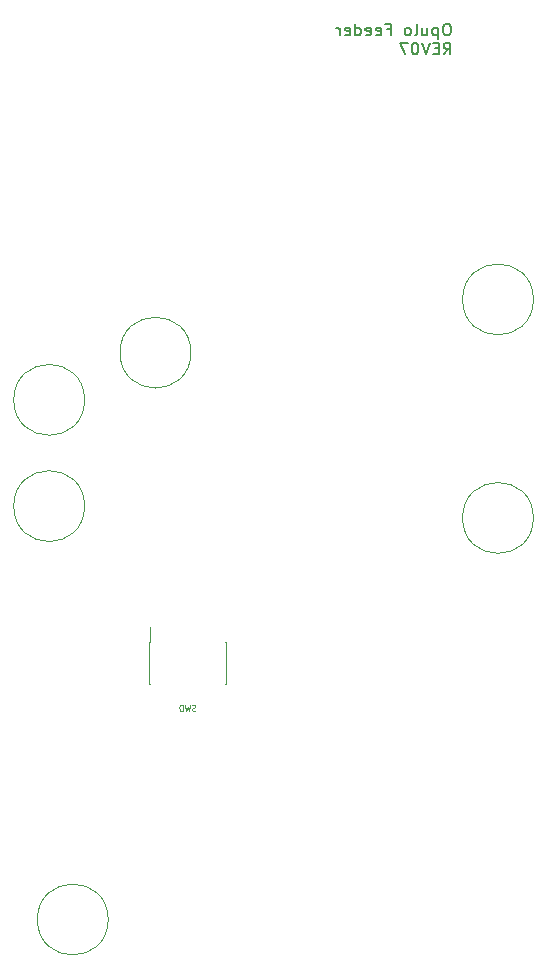
<source format=gbr>
G04 #@! TF.GenerationSoftware,KiCad,Pcbnew,(6.0.1-0)*
G04 #@! TF.CreationDate,2022-08-23T11:47:09-04:00*
G04 #@! TF.ProjectId,mobo,6d6f626f-2e6b-4696-9361-645f70636258,rev?*
G04 #@! TF.SameCoordinates,Original*
G04 #@! TF.FileFunction,Legend,Bot*
G04 #@! TF.FilePolarity,Positive*
%FSLAX46Y46*%
G04 Gerber Fmt 4.6, Leading zero omitted, Abs format (unit mm)*
G04 Created by KiCad (PCBNEW (6.0.1-0)) date 2022-08-23 11:47:09*
%MOMM*%
%LPD*%
G01*
G04 APERTURE LIST*
%ADD10C,0.120000*%
%ADD11C,0.100000*%
%ADD12C,0.150000*%
G04 APERTURE END LIST*
D10*
X91300000Y-113000000D02*
G75*
G03*
X91300000Y-113000000I-3000000J0D01*
G01*
X127300000Y-79000000D02*
G75*
G03*
X127300000Y-79000000I-3000000J0D01*
G01*
X127300000Y-60500000D02*
G75*
G03*
X127300000Y-60500000I-3000000J0D01*
G01*
X98300000Y-65000000D02*
G75*
G03*
X98300000Y-65000000I-3000000J0D01*
G01*
X89300000Y-78000000D02*
G75*
G03*
X89300000Y-78000000I-3000000J0D01*
G01*
X89300000Y-69000000D02*
G75*
G03*
X89300000Y-69000000I-3000000J0D01*
G01*
D11*
X98678571Y-95302380D02*
X98607142Y-95326190D01*
X98488095Y-95326190D01*
X98440476Y-95302380D01*
X98416666Y-95278571D01*
X98392857Y-95230952D01*
X98392857Y-95183333D01*
X98416666Y-95135714D01*
X98440476Y-95111904D01*
X98488095Y-95088095D01*
X98583333Y-95064285D01*
X98630952Y-95040476D01*
X98654761Y-95016666D01*
X98678571Y-94969047D01*
X98678571Y-94921428D01*
X98654761Y-94873809D01*
X98630952Y-94850000D01*
X98583333Y-94826190D01*
X98464285Y-94826190D01*
X98392857Y-94850000D01*
X98226190Y-94826190D02*
X98107142Y-95326190D01*
X98011904Y-94969047D01*
X97916666Y-95326190D01*
X97797619Y-94826190D01*
X97607142Y-95326190D02*
X97607142Y-94826190D01*
X97488095Y-94826190D01*
X97416666Y-94850000D01*
X97369047Y-94897619D01*
X97345238Y-94945238D01*
X97321428Y-95040476D01*
X97321428Y-95111904D01*
X97345238Y-95207142D01*
X97369047Y-95254761D01*
X97416666Y-95302380D01*
X97488095Y-95326190D01*
X97607142Y-95326190D01*
D12*
X120073928Y-37147380D02*
X119883452Y-37147380D01*
X119788214Y-37195000D01*
X119692976Y-37290238D01*
X119645357Y-37480714D01*
X119645357Y-37814047D01*
X119692976Y-38004523D01*
X119788214Y-38099761D01*
X119883452Y-38147380D01*
X120073928Y-38147380D01*
X120169166Y-38099761D01*
X120264404Y-38004523D01*
X120312023Y-37814047D01*
X120312023Y-37480714D01*
X120264404Y-37290238D01*
X120169166Y-37195000D01*
X120073928Y-37147380D01*
X119216785Y-37480714D02*
X119216785Y-38480714D01*
X119216785Y-37528333D02*
X119121547Y-37480714D01*
X118931071Y-37480714D01*
X118835833Y-37528333D01*
X118788214Y-37575952D01*
X118740595Y-37671190D01*
X118740595Y-37956904D01*
X118788214Y-38052142D01*
X118835833Y-38099761D01*
X118931071Y-38147380D01*
X119121547Y-38147380D01*
X119216785Y-38099761D01*
X117883452Y-37480714D02*
X117883452Y-38147380D01*
X118312023Y-37480714D02*
X118312023Y-38004523D01*
X118264404Y-38099761D01*
X118169166Y-38147380D01*
X118026309Y-38147380D01*
X117931071Y-38099761D01*
X117883452Y-38052142D01*
X117264404Y-38147380D02*
X117359642Y-38099761D01*
X117407261Y-38004523D01*
X117407261Y-37147380D01*
X116740595Y-38147380D02*
X116835833Y-38099761D01*
X116883452Y-38052142D01*
X116931071Y-37956904D01*
X116931071Y-37671190D01*
X116883452Y-37575952D01*
X116835833Y-37528333D01*
X116740595Y-37480714D01*
X116597738Y-37480714D01*
X116502500Y-37528333D01*
X116454880Y-37575952D01*
X116407261Y-37671190D01*
X116407261Y-37956904D01*
X116454880Y-38052142D01*
X116502500Y-38099761D01*
X116597738Y-38147380D01*
X116740595Y-38147380D01*
X114883452Y-37623571D02*
X115216785Y-37623571D01*
X115216785Y-38147380D02*
X115216785Y-37147380D01*
X114740595Y-37147380D01*
X113978690Y-38099761D02*
X114073928Y-38147380D01*
X114264404Y-38147380D01*
X114359642Y-38099761D01*
X114407261Y-38004523D01*
X114407261Y-37623571D01*
X114359642Y-37528333D01*
X114264404Y-37480714D01*
X114073928Y-37480714D01*
X113978690Y-37528333D01*
X113931071Y-37623571D01*
X113931071Y-37718809D01*
X114407261Y-37814047D01*
X113121547Y-38099761D02*
X113216785Y-38147380D01*
X113407261Y-38147380D01*
X113502500Y-38099761D01*
X113550119Y-38004523D01*
X113550119Y-37623571D01*
X113502500Y-37528333D01*
X113407261Y-37480714D01*
X113216785Y-37480714D01*
X113121547Y-37528333D01*
X113073928Y-37623571D01*
X113073928Y-37718809D01*
X113550119Y-37814047D01*
X112216785Y-38147380D02*
X112216785Y-37147380D01*
X112216785Y-38099761D02*
X112312023Y-38147380D01*
X112502500Y-38147380D01*
X112597738Y-38099761D01*
X112645357Y-38052142D01*
X112692976Y-37956904D01*
X112692976Y-37671190D01*
X112645357Y-37575952D01*
X112597738Y-37528333D01*
X112502500Y-37480714D01*
X112312023Y-37480714D01*
X112216785Y-37528333D01*
X111359642Y-38099761D02*
X111454880Y-38147380D01*
X111645357Y-38147380D01*
X111740595Y-38099761D01*
X111788214Y-38004523D01*
X111788214Y-37623571D01*
X111740595Y-37528333D01*
X111645357Y-37480714D01*
X111454880Y-37480714D01*
X111359642Y-37528333D01*
X111312023Y-37623571D01*
X111312023Y-37718809D01*
X111788214Y-37814047D01*
X110883452Y-38147380D02*
X110883452Y-37480714D01*
X110883452Y-37671190D02*
X110835833Y-37575952D01*
X110788214Y-37528333D01*
X110692976Y-37480714D01*
X110597738Y-37480714D01*
X119692976Y-39757380D02*
X120026309Y-39281190D01*
X120264404Y-39757380D02*
X120264404Y-38757380D01*
X119883452Y-38757380D01*
X119788214Y-38805000D01*
X119740595Y-38852619D01*
X119692976Y-38947857D01*
X119692976Y-39090714D01*
X119740595Y-39185952D01*
X119788214Y-39233571D01*
X119883452Y-39281190D01*
X120264404Y-39281190D01*
X119264404Y-39233571D02*
X118931071Y-39233571D01*
X118788214Y-39757380D02*
X119264404Y-39757380D01*
X119264404Y-38757380D01*
X118788214Y-38757380D01*
X118502500Y-38757380D02*
X118169166Y-39757380D01*
X117835833Y-38757380D01*
X117312023Y-38757380D02*
X117216785Y-38757380D01*
X117121547Y-38805000D01*
X117073928Y-38852619D01*
X117026309Y-38947857D01*
X116978690Y-39138333D01*
X116978690Y-39376428D01*
X117026309Y-39566904D01*
X117073928Y-39662142D01*
X117121547Y-39709761D01*
X117216785Y-39757380D01*
X117312023Y-39757380D01*
X117407261Y-39709761D01*
X117454880Y-39662142D01*
X117502500Y-39566904D01*
X117550119Y-39376428D01*
X117550119Y-39138333D01*
X117502500Y-38947857D01*
X117454880Y-38852619D01*
X117407261Y-38805000D01*
X117312023Y-38757380D01*
X116645357Y-38757380D02*
X115978690Y-38757380D01*
X116407261Y-39757380D01*
D10*
X101235000Y-89535000D02*
X101235000Y-93065000D01*
X94830000Y-88210000D02*
X94830000Y-89535000D01*
X94765000Y-89535000D02*
X94765000Y-93065000D01*
X94765000Y-89535000D02*
X94830000Y-89535000D01*
X101170000Y-93065000D02*
X101235000Y-93065000D01*
X94765000Y-93065000D02*
X94830000Y-93065000D01*
X101170000Y-89535000D02*
X101235000Y-89535000D01*
M02*

</source>
